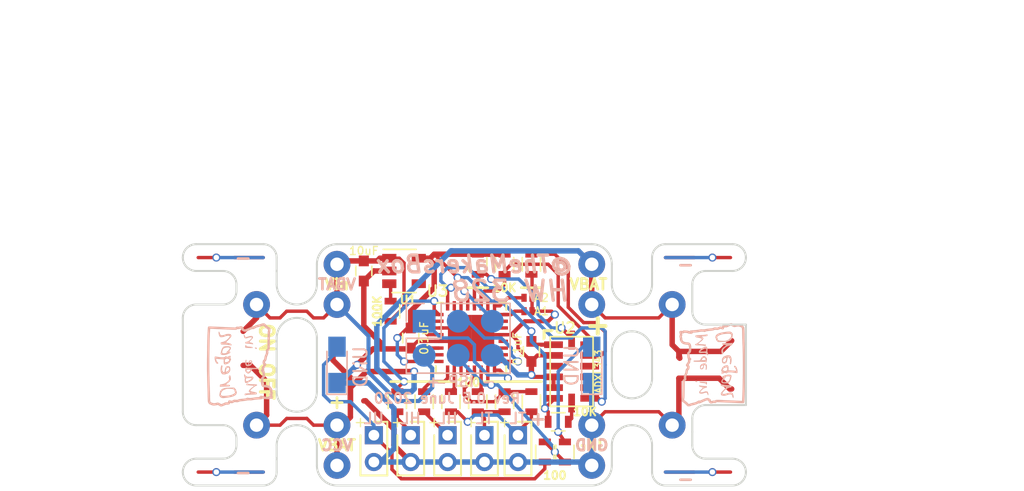
<source format=kicad_pcb>
(kicad_pcb (version 4) (host pcbnew 4.0.6)
  (title_block (title "Beetje 32U4 Blok") (date 2018-08-10) (rev 0.0) (company www.MakersBox.us) (comment 1 648.ken@gmail.com))
  (layers (0 F.Cu signal) (31 B.Cu signal) (34 B.Paste user) (35 F.Paste user) (36 B.SilkS user) (37 F.SilkS user) (38 B.Mask user) (39 F.Mask user) (44 Edge.Cuts user))
  (net 0 "")
  (net 1 GND)
  (net 2 "Net-(D4-Pad2)")
  (net 3 "Net-(D5-Pad2)")
  (net 4 "Net-(J6-Pad1)")
  (net 5 "Net-(J1-Pad1)")
  (net 6 "Net-(J7-Pad1)")
  (net 7 "Net-(J8-Pad1)")
  (net 8 /D5)
  (net 9 /D6)
  (net 10 /RESET)
  (net 11 /D7)
  (net 12 /D8)
  (net 13 /SCK)
  (net 14 +BATT)
  (net 15 /MISO)
  (net 16 /MOSI)
  (net 17 "Net-(R1-Pad2)")
  (net 18 "Net-(R2-Pad1)")
  (net 19 /SDA)
  (net 20 /SCL)
  (net 21 /D10)
  (net 22 "Net-(U1-Pad4)")
  (net 23 /D2)
  (net 24 /D3)
  (net 25 /D4)
  (net 26 "Net-(U3-Pad7)")
  (net 27 "Net-(U3-Pad8)")
  (net 28 /D9)
  (net 29 "Net-(U3-Pad18)")
  (net 30 "Net-(U3-Pad19)")
  (net 31 "Net-(U3-Pad20)")
  (net 32 "Net-(U3-Pad22)")
  (net 33 /A0)
  (net 34 /A1)
  (net 35 /A2)
  (net 36 /A3)
  (net 37 /D0)
  (net 38 /D1)
  (net 39 "Net-(R13-Pad1)")
  (net 40 "Net-(U2-Pad11)")
  (net 41 "Net-(U2-Pad10)")
  (net 42 "Net-(U2-Pad9)")
  (net 43 "Net-(U2-Pad3)")
  (net 44 +3V3)
  (net 45 /Vin)
  (module footprints:MOUSEBITE (layer F.Cu) (at 162.5 97.25)
    (fp_text reference REF** hide)
    (fp_text value 1pin)
    (pad "" np_thru_hole circle (at -1.016 0) (size 0.3302 0.3302) (drill 0.3302) (layers *.Cu *.Mask))
    (pad "" np_thru_hole circle (at 1.016 0) (size 0.3302 0.3302) (drill 0.3302) (layers *.Cu *.Mask))
    (pad "" np_thru_hole circle (at 0 0) (size 0.3302 0.3302) (drill 0.3302) (layers *.Cu *.Mask))
  )
  (module footprints:MOUSEBITE (layer F.Cu) (at 162.5 108.75)
    (fp_text reference REF** hide)
    (fp_text value 1pin)
    (pad "" np_thru_hole circle (at -1.016 0) (size 0.3302 0.3302) (drill 0.3302) (layers *.Cu *.Mask))
    (pad "" np_thru_hole circle (at 1.016 0) (size 0.3302 0.3302) (drill 0.3302) (layers *.Cu *.Mask))
    (pad "" np_thru_hole circle (at 0 0) (size 0.3302 0.3302) (drill 0.3302) (layers *.Cu *.Mask))
  )
  (module footprints:SOT-23-5 (layer F.Cu) (at 142.5 96)
    (fp_text reference U1 (at 0.3 2.15 180) (layer F.SilkS) (effects (font (size 0.6 0.6))))
    (fp_text value MIC5225-3.3)
    (pad 1 smd rect (at -1.1 -0.95) (size 1.06 0.65) (layers F.Cu F.Paste F.Mask) (net 45 /Vin))
    (pad 2 smd rect (at -1.1 0) (size 1.06 0.65) (layers F.Cu F.Paste F.Mask) (net 1 GND))
    (pad 3 smd rect (at -1.1 0.95) (size 1.06 0.65) (layers F.Cu F.Paste F.Mask) (net 17 "Net-(R1-Pad2)"))
    (pad 4 smd rect (at 1.1 0.95) (size 1.06 0.65) (layers F.Cu F.Paste F.Mask) (net 22 "Net-(U1-Pad4)"))
    (pad 5 smd rect (at 1.1 -0.95) (size 1.06 0.65) (layers F.Cu F.Paste F.Mask) (net 44 +3V3))
  )
  (module footprints:MOUSEBITE (layer F.Cu) (at 131.5 97.25)
    (fp_text reference REF** hide)
    (fp_text value 1pin)
    (pad "" np_thru_hole circle (at -1.016 0) (size 0.3302 0.3302) (drill 0.3302) (layers *.Cu *.Mask))
    (pad "" np_thru_hole circle (at 1.016 0) (size 0.3302 0.3302) (drill 0.3302) (layers *.Cu *.Mask))
    (pad "" np_thru_hole circle (at 0 0) (size 0.3302 0.3302) (drill 0.3302) (layers *.Cu *.Mask))
  )
  (module footprints:PIN_HEADER_LED (layer F.Cu) (at 151 108.25)
    (fp_text reference J7 hide)
    (fp_text value TL (at 0 -1.25) (layer B.SilkS) (effects (font (size 0.8 0.8)) (justify mirror)))
    (fp_text user + (at -1 -1) (layer F.SilkS) (effects (font (size 0.8 0.8) (thickness 0.1))))
    (pad 1 thru_hole rect (at 0 0) (size 1.35 1.35) (drill 0.8) (layers *.Cu *.Mask) (net 6 "Net-(J7-Pad1)"))
    (pad 2 thru_hole oval (at 0 2) (size 1.35 1.35) (drill 0.8) (layers *.Cu *.Mask) (net 1 GND))
  )
  (module footprints:MadeInOregonRev25 (layer F.Cu) (at 165.5 103 90)
    (fp_text reference VAL hide)
    (fp_text value MadeInOregonRev25 hide)
  )
  (module footprints:PIN_HEADER_LED (layer F.Cu) (at 145.75 108.25)
    (fp_text reference J6 hide)
    (fp_text value HL (at 0 -1.25) (layer B.SilkS) (effects (font (size 0.8 0.8)) (justify mirror)))
    (fp_text user + (at -1 -1) (layer F.SilkS) (effects (font (size 0.8 0.8) (thickness 0.1))))
    (pad 1 thru_hole rect (at 0 0) (size 1.35 1.35) (drill 0.8) (layers *.Cu *.Mask) (net 4 "Net-(J6-Pad1)"))
    (pad 2 thru_hole oval (at 0 2) (size 1.35 1.35) (drill 0.8) (layers *.Cu *.Mask) (net 1 GND))
  )
  (module footprints:Pin_Header_Straight_2x03_Pitch2.54mm (layer B.Cu) (at 144 99.75 270)
    (fp_text reference CON1 hide)
    (fp_text value AVR-ISP-6)
    (pad 1 smd rect (at 0 0 270) (size 1.7 1.7) (layers B.Cu B.Paste B.Mask) (net 15 /MISO))
    (pad 2 smd oval (at 2.54 0 270) (size 1.7 1.7) (layers B.Cu B.Paste B.Mask) (net 45 /Vin))
    (pad 3 smd oval (at 0 -2.54 270) (size 1.7 1.7) (layers B.Cu B.Paste B.Mask) (net 13 /SCK))
    (pad 4 smd oval (at 2.54 -2.54 270) (size 1.7 1.7) (layers B.Cu B.Paste B.Mask) (net 16 /MOSI))
    (pad 5 smd oval (at 0 -5.08 270) (size 1.7 1.7) (layers B.Cu B.Paste B.Mask) (net 10 /RESET))
    (pad 6 smd oval (at 2.54 -5.08 270) (size 1.7 1.7) (layers B.Cu B.Paste B.Mask) (net 1 GND))
  )
  (module footprints:LED_0805_HandSoldering (layer B.Cu) (at 137.5 103 90)
    (fp_text reference D4 hide)
    (fp_text value UND (at -0.15 1.75 90) (layer B.SilkS) (effects (justify mirror)))
    (pad 1 smd rect (at -1.35 0 90) (size 1.5 1.3) (layers B.Cu B.Paste B.Mask) (net 1 GND))
    (pad 2 smd rect (at 1.35 0 90) (size 1.5 1.3) (layers B.Cu B.Paste B.Mask) (net 2 "Net-(D4-Pad2)"))
  )
  (module footprints:LED_0805_HandSoldering (layer B.Cu) (at 156.5 103 90)
    (fp_text reference D5 hide)
    (fp_text value UND (at -0.05 -1.5 90) (layer B.SilkS) (effects (justify mirror)))
    (pad 1 smd rect (at -1.35 0 90) (size 1.5 1.3) (layers B.Cu B.Paste B.Mask) (net 1 GND))
    (pad 2 smd rect (at 1.35 0 90) (size 1.5 1.3) (layers B.Cu B.Paste B.Mask) (net 3 "Net-(D5-Pad2)"))
  )
  (module footprints:R_0603 (layer F.Cu) (at 142 105.75 270)
    (fp_text reference R6 hide)
    (fp_text value 100 hide)
    (pad 1 smd rect (at -0.75 0 270) (size 0.5 0.9) (layers F.Cu F.Paste F.Mask) (net 24 /D3))
    (pad 2 smd rect (at 0.75 0 270) (size 0.5 0.9) (layers F.Cu F.Paste F.Mask) (net 5 "Net-(J1-Pad1)"))
  )
  (module footprints:R_0603 (layer F.Cu) (at 146 105.75 270)
    (fp_text reference R8 hide)
    (fp_text value 100 hide)
    (pad 1 smd rect (at -0.75 0 270) (size 0.5 0.9) (layers F.Cu F.Paste F.Mask) (net 9 /D6))
    (pad 2 smd rect (at 0.75 0 270) (size 0.5 0.9) (layers F.Cu F.Paste F.Mask) (net 6 "Net-(J7-Pad1)"))
  )
  (module footprints:R_0603 (layer F.Cu) (at 144 105.75 270)
    (fp_text reference R7 hide)
    (fp_text value 100 hide)
    (pad 1 smd rect (at -0.75 0 270) (size 0.5 0.9) (layers F.Cu F.Paste F.Mask) (net 8 /D5))
    (pad 2 smd rect (at 0.75 0 270) (size 0.5 0.9) (layers F.Cu F.Paste F.Mask) (net 4 "Net-(J6-Pad1)"))
  )
  (module footprints:R_0603 (layer F.Cu) (at 148 105.75 270)
    (fp_text reference R9 hide)
    (fp_text value 100 (at -1.45 0.7 360) (layer F.SilkS) (effects (font (size 0.6 0.6))))
    (pad 1 smd rect (at -0.75 0 270) (size 0.5 0.9) (layers F.Cu F.Paste F.Mask) (net 21 /D10))
    (pad 2 smd rect (at 0.75 0 270) (size 0.5 0.9) (layers F.Cu F.Paste F.Mask) (net 7 "Net-(J8-Pad1)"))
  )
  (module footprints:R_0603 (layer F.Cu) (at 153 109.5 270)
    (fp_text reference R11 hide)
    (fp_text value 100 (at 1.75 -0.75 360) (layer F.SilkS) (effects (font (size 0.6 0.6))))
    (pad 1 smd rect (at -0.75 0 270) (size 0.5 0.9) (layers F.Cu F.Paste F.Mask) (net 16 /MOSI))
    (pad 2 smd rect (at 0.75 0 270) (size 0.5 0.9) (layers F.Cu F.Paste F.Mask) (net 2 "Net-(D4-Pad2)"))
  )
  (module footprints:R_0603 (layer F.Cu) (at 154.5 109.5 90)
    (fp_text reference R12 hide)
    (fp_text value 100 hide)
    (pad 1 smd rect (at -0.75 0 90) (size 0.5 0.9) (layers F.Cu F.Paste F.Mask) (net 16 /MOSI))
    (pad 2 smd rect (at 0.75 0 90) (size 0.5 0.9) (layers F.Cu F.Paste F.Mask) (net 3 "Net-(D5-Pad2)"))
  )
  (module footprints:R_0603 (layer F.Cu) (at 152 105.75 270)
    (fp_text reference R5 hide)
    (fp_text value 100 hide)
    (pad 1 smd rect (at -0.75 0 270) (size 0.5 0.9) (layers F.Cu F.Paste F.Mask) (net 28 /D9))
    (pad 2 smd rect (at 0.75 0 270) (size 0.5 0.9) (layers F.Cu F.Paste F.Mask) (net 6 "Net-(J7-Pad1)"))
  )
  (module footprints:R_0603 (layer F.Cu) (at 150 105.75 270)
    (fp_text reference R10 hide)
    (fp_text value 100 hide)
    (pad 1 smd rect (at -0.75 0 270) (size 0.5 0.9) (layers F.Cu F.Paste F.Mask) (net 28 /D9))
    (pad 2 smd rect (at 0.75 0 270) (size 0.5 0.9) (layers F.Cu F.Paste F.Mask) (net 7 "Net-(J8-Pad1)"))
  )
  (module footprints:R_0603 (layer F.Cu) (at 148 95.5 90)
    (fp_text reference R4 hide)
    (fp_text value 10K (at -1.75 2 360) (layer F.SilkS) (effects (font (size 0.6 0.6))))
    (pad 1 smd rect (at -0.75 0 90) (size 0.5 0.9) (layers F.Cu F.Paste F.Mask) (net 20 /SCL))
    (pad 2 smd rect (at 0.75 0 90) (size 0.5 0.9) (layers F.Cu F.Paste F.Mask) (net 44 +3V3))
  )
  (module footprints:R_0603 (layer F.Cu) (at 150 95.5 90)
    (fp_text reference R3 hide)
    (fp_text value 10K hide)
    (pad 1 smd rect (at -0.75 0 90) (size 0.5 0.9) (layers F.Cu F.Paste F.Mask) (net 19 /SDA))
    (pad 2 smd rect (at 0.75 0 90) (size 0.5 0.9) (layers F.Cu F.Paste F.Mask) (net 44 +3V3))
  )
  (module footprints:R_0603 (layer F.Cu) (at 154 107.25 180)
    (fp_text reference R2 hide)
    (fp_text value 10K (at -2 0.75 180) (layer F.SilkS) (effects (font (size 0.6 0.6))))
    (pad 1 smd rect (at -0.75 0 180) (size 0.5 0.9) (layers F.Cu F.Paste F.Mask) (net 18 "Net-(R2-Pad1)"))
    (pad 2 smd rect (at 0.75 0 180) (size 0.5 0.9) (layers F.Cu F.Paste F.Mask) (net 44 +3V3))
  )
  (module footprints:R_0603 (layer F.Cu) (at 141.5 99 90)
    (fp_text reference R1 hide)
    (fp_text value 100K (at 0 -1 90) (layer F.SilkS) (effects (font (size 0.6 0.6))))
    (pad 1 smd rect (at -0.75 0 90) (size 0.5 0.9) (layers F.Cu F.Paste F.Mask) (net 45 /Vin))
    (pad 2 smd rect (at 0.75 0 90) (size 0.5 0.9) (layers F.Cu F.Paste F.Mask) (net 17 "Net-(R1-Pad2)"))
  )
  (module footprints:MadeInOregonRev25 (layer F.Cu) (at 130.25 103 270)
    (fp_text reference VAL hide)
    (fp_text value MadeInOregonRev25 hide)
  )
  (module footprints:PIN_HEADER_LED (layer F.Cu) (at 148.5 108.25)
    (fp_text reference J8 hide)
    (fp_text value TL (at 0 -1.25) (layer B.SilkS) (effects (font (size 0.8 0.8)) (justify mirror)))
    (fp_text user + (at -1 -1) (layer F.SilkS) (effects (font (size 0.8 0.8) (thickness 0.1))))
    (pad 1 thru_hole rect (at 0 0) (size 1.35 1.35) (drill 0.8) (layers *.Cu *.Mask) (net 7 "Net-(J8-Pad1)"))
    (pad 2 thru_hole oval (at 0 2) (size 1.35 1.35) (drill 0.8) (layers *.Cu *.Mask) (net 1 GND))
  )
  (module footprints:PIN_HEADER_LED (layer F.Cu) (at 143 108.25)
    (fp_text reference J1 hide)
    (fp_text value HL (at 0 -1.25) (layer B.SilkS) (effects (font (size 0.8 0.8)) (justify mirror)))
    (fp_text user + (at -1 -1) (layer F.SilkS) (effects (font (size 0.8 0.8) (thickness 0.1))))
    (pad 1 thru_hole rect (at 0 0) (size 1.35 1.35) (drill 0.8) (layers *.Cu *.Mask) (net 5 "Net-(J1-Pad1)"))
    (pad 2 thru_hole oval (at 0 2) (size 1.35 1.35) (drill 0.8) (layers *.Cu *.Mask) (net 1 GND))
  )
  (module footprints:QFN-32-1EP_5x5mm_Pitch0.5mm (layer F.Cu) (at 147.5 101)
    (fp_text reference U3 (at -2.5 -3.5 180) (layer F.SilkS) (effects (font (size 0.8 0.8))))
    (fp_text value ATMEGA328-MU)
    (pad 1 smd rect (at -2.4 -1.75) (size 0.7 0.25) (layers F.Cu F.Paste F.Mask) (net 24 /D3))
    (pad 2 smd rect (at -2.4 -1.25) (size 0.7 0.25) (layers F.Cu F.Paste F.Mask) (net 25 /D4))
    (pad 3 smd rect (at -2.4 -0.75) (size 0.7 0.25) (layers F.Cu F.Paste F.Mask) (net 1 GND))
    (pad 4 smd rect (at -2.4 -0.25) (size 0.7 0.25) (layers F.Cu F.Paste F.Mask) (net 44 +3V3))
    (pad 5 smd rect (at -2.4 0.25) (size 0.7 0.25) (layers F.Cu F.Paste F.Mask) (net 1 GND))
    (pad 6 smd rect (at -2.4 0.75) (size 0.7 0.25) (layers F.Cu F.Paste F.Mask) (net 44 +3V3))
    (pad 7 smd rect (at -2.4 1.25) (size 0.7 0.25) (layers F.Cu F.Paste F.Mask) (net 26 "Net-(U3-Pad7)"))
    (pad 8 smd rect (at -2.4 1.75) (size 0.7 0.25) (layers F.Cu F.Paste F.Mask) (net 27 "Net-(U3-Pad8)"))
    (pad 9 smd rect (at -1.75 2.4 90) (size 0.7 0.25) (layers F.Cu F.Paste F.Mask) (net 8 /D5))
    (pad 10 smd rect (at -1.25 2.4 90) (size 0.7 0.25) (layers F.Cu F.Paste F.Mask) (net 9 /D6))
    (pad 11 smd rect (at -0.75 2.4 90) (size 0.7 0.25) (layers F.Cu F.Paste F.Mask) (net 11 /D7))
    (pad 12 smd rect (at -0.25 2.4 90) (size 0.7 0.25) (layers F.Cu F.Paste F.Mask) (net 12 /D8))
    (pad 13 smd rect (at 0.25 2.4 90) (size 0.7 0.25) (layers F.Cu F.Paste F.Mask) (net 28 /D9))
    (pad 14 smd rect (at 0.75 2.4 90) (size 0.7 0.25) (layers F.Cu F.Paste F.Mask) (net 21 /D10))
    (pad 15 smd rect (at 1.25 2.4 90) (size 0.7 0.25) (layers F.Cu F.Paste F.Mask) (net 16 /MOSI))
    (pad 16 smd rect (at 1.75 2.4 90) (size 0.7 0.25) (layers F.Cu F.Paste F.Mask) (net 15 /MISO))
    (pad 17 smd rect (at 2.4 1.75) (size 0.7 0.25) (layers F.Cu F.Paste F.Mask) (net 13 /SCK))
    (pad 18 smd rect (at 2.4 1.25) (size 0.7 0.25) (layers F.Cu F.Paste F.Mask) (net 29 "Net-(U3-Pad18)"))
    (pad 19 smd rect (at 2.4 0.75) (size 0.7 0.25) (layers F.Cu F.Paste F.Mask) (net 30 "Net-(U3-Pad19)"))
    (pad 20 smd rect (at 2.4 0.25) (size 0.7 0.25) (layers F.Cu F.Paste F.Mask) (net 31 "Net-(U3-Pad20)"))
    (pad 21 smd rect (at 2.4 -0.25) (size 0.7 0.25) (layers F.Cu F.Paste F.Mask) (net 1 GND))
    (pad 22 smd rect (at 2.4 -0.75) (size 0.7 0.25) (layers F.Cu F.Paste F.Mask) (net 32 "Net-(U3-Pad22)"))
    (pad 23 smd rect (at 2.4 -1.25) (size 0.7 0.25) (layers F.Cu F.Paste F.Mask) (net 33 /A0))
    (pad 24 smd rect (at 2.4 -1.75) (size 0.7 0.25) (layers F.Cu F.Paste F.Mask) (net 34 /A1))
    (pad 25 smd rect (at 1.75 -2.4 90) (size 0.7 0.25) (layers F.Cu F.Paste F.Mask) (net 35 /A2))
    (pad 26 smd rect (at 1.25 -2.4 90) (size 0.7 0.25) (layers F.Cu F.Paste F.Mask) (net 36 /A3))
    (pad 27 smd rect (at 0.75 -2.4 90) (size 0.7 0.25) (layers F.Cu F.Paste F.Mask) (net 19 /SDA))
    (pad 28 smd rect (at 0.25 -2.4 90) (size 0.7 0.25) (layers F.Cu F.Paste F.Mask) (net 20 /SCL))
    (pad 29 smd rect (at -0.25 -2.4 90) (size 0.7 0.25) (layers F.Cu F.Paste F.Mask) (net 10 /RESET))
    (pad 30 smd rect (at -0.75 -2.4 90) (size 0.7 0.25) (layers F.Cu F.Paste F.Mask) (net 37 /D0))
    (pad 31 smd rect (at -1.25 -2.4 90) (size 0.7 0.25) (layers F.Cu F.Paste F.Mask) (net 38 /D1))
    (pad 32 smd rect (at -1.75 -2.4 90) (size 0.7 0.25) (layers F.Cu F.Paste F.Mask) (net 23 /D2))
    (pad 3 smd rect (at 0.8625 0.8625) (size 1.725 1.725) (layers F.Cu F.Paste F.Mask) (net 1 GND))
    (pad 3 smd rect (at 0.8625 -0.8625) (size 1.725 1.725) (layers F.Cu F.Paste F.Mask) (net 1 GND))
    (pad 3 smd rect (at -0.8625 0.8625) (size 1.725 1.725) (layers F.Cu F.Paste F.Mask) (net 1 GND))
    (pad 3 smd rect (at -0.8625 -0.8625) (size 1.725 1.725) (layers F.Cu F.Paste F.Mask) (net 1 GND))
  )
  (module footprints:MOUSEBITE (layer F.Cu) (at 131.75 110)
    (fp_text reference REF** hide)
    (fp_text value 1pin)
    (pad "" np_thru_hole circle (at -1.016 0) (size 0.3302 0.3302) (drill 0.3302) (layers *.Cu *.Mask))
    (pad "" np_thru_hole circle (at 1.016 0) (size 0.3302 0.3302) (drill 0.3302) (layers *.Cu *.Mask))
    (pad "" np_thru_hole circle (at 0 0) (size 0.3302 0.3302) (drill 0.3302) (layers *.Cu *.Mask))
  )
  (module footprints:MOUSEBITE (layer F.Cu) (at 131.5 109)
    (fp_text reference REF** hide)
    (fp_text value 1pin)
    (pad "" np_thru_hole circle (at -1.016 0) (size 0.3302 0.3302) (drill 0.3302) (layers *.Cu *.Mask))
    (pad "" np_thru_hole circle (at 1.016 0) (size 0.3302 0.3302) (drill 0.3302) (layers *.Cu *.Mask))
    (pad "" np_thru_hole circle (at 0 0) (size 0.3302 0.3302) (drill 0.3302) (layers *.Cu *.Mask))
  )
  (module footprints:MOUSEBITE (layer F.Cu) (at 130.75 96)
    (fp_text reference REF** hide)
    (fp_text value 1pin)
    (pad "" np_thru_hole circle (at -1.016 0) (size 0.3302 0.3302) (drill 0.3302) (layers *.Cu *.Mask))
    (pad "" np_thru_hole circle (at 1.016 0) (size 0.3302 0.3302) (drill 0.3302) (layers *.Cu *.Mask))
    (pad "" np_thru_hole circle (at 0 0) (size 0.3302 0.3302) (drill 0.3302) (layers *.Cu *.Mask))
  )
  (module footprints:MOUSEBITE (layer F.Cu) (at 163.25 110)
    (fp_text reference REF** hide)
    (fp_text value 1pin)
    (pad "" np_thru_hole circle (at -1.016 0) (size 0.3302 0.3302) (drill 0.3302) (layers *.Cu *.Mask))
    (pad "" np_thru_hole circle (at 1.016 0) (size 0.3302 0.3302) (drill 0.3302) (layers *.Cu *.Mask))
    (pad "" np_thru_hole circle (at 0 0) (size 0.3302 0.3302) (drill 0.3302) (layers *.Cu *.Mask))
  )
  (module footprints:MOUSEBITE (layer F.Cu) (at 163.25 96)
    (fp_text reference REF** hide)
    (fp_text value 1pin)
    (pad "" np_thru_hole circle (at -1.016 0) (size 0.3302 0.3302) (drill 0.3302) (layers *.Cu *.Mask))
    (pad "" np_thru_hole circle (at 1.016 0) (size 0.3302 0.3302) (drill 0.3302) (layers *.Cu *.Mask))
    (pad "" np_thru_hole circle (at 0 0) (size 0.3302 0.3302) (drill 0.3302) (layers *.Cu *.Mask))
  )
  (module footprints:MOUSEBITE (layer F.Cu) (at 161 99 90)
    (fp_text reference REF** hide)
    (fp_text value 1pin)
    (pad "" np_thru_hole circle (at -1.016 0 90) (size 0.3302 0.3302) (drill 0.3302) (layers *.Cu *.Mask))
    (pad "" np_thru_hole circle (at 1.016 0 90) (size 0.3302 0.3302) (drill 0.3302) (layers *.Cu *.Mask))
    (pad "" np_thru_hole circle (at 0 0 90) (size 0.3302 0.3302) (drill 0.3302) (layers *.Cu *.Mask))
  )
  (module footprints:MOUSEBITE (layer F.Cu) (at 158 99 90)
    (fp_text reference REF** hide)
    (fp_text value 1pin)
    (pad "" np_thru_hole circle (at -1.016 0 90) (size 0.3302 0.3302) (drill 0.3302) (layers *.Cu *.Mask))
    (pad "" np_thru_hole circle (at 1.016 0 90) (size 0.3302 0.3302) (drill 0.3302) (layers *.Cu *.Mask))
    (pad "" np_thru_hole circle (at 0 0 90) (size 0.3302 0.3302) (drill 0.3302) (layers *.Cu *.Mask))
  )
  (module footprints:MOUSEBITE (layer F.Cu) (at 161 106 90)
    (fp_text reference REF** hide)
    (fp_text value 1pin)
    (pad "" np_thru_hole circle (at -1.016 0 90) (size 0.3302 0.3302) (drill 0.3302) (layers *.Cu *.Mask))
    (pad "" np_thru_hole circle (at 1.016 0 90) (size 0.3302 0.3302) (drill 0.3302) (layers *.Cu *.Mask))
    (pad "" np_thru_hole circle (at 0 0 90) (size 0.3302 0.3302) (drill 0.3302) (layers *.Cu *.Mask))
  )
  (module footprints:MOUSEBITE (layer F.Cu) (at 158 106 90)
    (fp_text reference REF** hide)
    (fp_text value 1pin)
    (pad "" np_thru_hole circle (at -1.016 0 90) (size 0.3302 0.3302) (drill 0.3302) (layers *.Cu *.Mask))
    (pad "" np_thru_hole circle (at 1.016 0 90) (size 0.3302 0.3302) (drill 0.3302) (layers *.Cu *.Mask))
    (pad "" np_thru_hole circle (at 0 0 90) (size 0.3302 0.3302) (drill 0.3302) (layers *.Cu *.Mask))
  )
  (module footprints:MOUSEBITE (layer F.Cu) (at 136 107 90)
    (fp_text reference REF** hide)
    (fp_text value 1pin)
    (pad "" np_thru_hole circle (at -1.016 0 90) (size 0.3302 0.3302) (drill 0.3302) (layers *.Cu *.Mask))
    (pad "" np_thru_hole circle (at 1.016 0 90) (size 0.3302 0.3302) (drill 0.3302) (layers *.Cu *.Mask))
    (pad "" np_thru_hole circle (at 0 0 90) (size 0.3302 0.3302) (drill 0.3302) (layers *.Cu *.Mask))
  )
  (module footprints:MOUSEBITE (layer F.Cu) (at 133 107 90)
    (fp_text reference REF** hide)
    (fp_text value 1pin)
    (pad "" np_thru_hole circle (at -1.016 0 90) (size 0.3302 0.3302) (drill 0.3302) (layers *.Cu *.Mask))
    (pad "" np_thru_hole circle (at 1.016 0 90) (size 0.3302 0.3302) (drill 0.3302) (layers *.Cu *.Mask))
    (pad "" np_thru_hole circle (at 0 0 90) (size 0.3302 0.3302) (drill 0.3302) (layers *.Cu *.Mask))
  )
  (module footprints:MOUSEBITE (layer F.Cu) (at 136 99 90)
    (fp_text reference REF** hide)
    (fp_text value 1pin)
    (pad "" np_thru_hole circle (at -1.016 0 90) (size 0.3302 0.3302) (drill 0.3302) (layers *.Cu *.Mask))
    (pad "" np_thru_hole circle (at 1.016 0 90) (size 0.3302 0.3302) (drill 0.3302) (layers *.Cu *.Mask))
    (pad "" np_thru_hole circle (at 0 0 90) (size 0.3302 0.3302) (drill 0.3302) (layers *.Cu *.Mask))
  )
  (module footprints:MOUSEBITE (layer F.Cu) (at 133 99 90)
    (fp_text reference REF** hide)
    (fp_text value 1pin)
    (pad "" np_thru_hole circle (at -1.016 0 90) (size 0.3302 0.3302) (drill 0.3302) (layers *.Cu *.Mask))
    (pad "" np_thru_hole circle (at 1.016 0 90) (size 0.3302 0.3302) (drill 0.3302) (layers *.Cu *.Mask))
    (pad "" np_thru_hole circle (at 0 0 90) (size 0.3302 0.3302) (drill 0.3302) (layers *.Cu *.Mask))
  )
  (module footprints:MOUSEBITEx1 (layer F.Cu) (at 129.75 110)
    (fp_text reference REF** hide)
    (fp_text value 1pin)
    (pad "" np_thru_hole circle (at 0 0) (size 0.3302 0.3302) (drill 0.3302) (layers *.Cu *.Mask))
  )
  (module footprints:MOUSEBITEx1 (layer F.Cu) (at 132.75 96)
    (fp_text reference REF** hide)
    (fp_text value 1pin)
    (pad "" np_thru_hole circle (at 0 0) (size 0.3302 0.3302) (drill 0.3302) (layers *.Cu *.Mask))
  )
  (module footprints:MOUSEBITEx1 (layer F.Cu) (at 161.25 96)
    (fp_text reference REF** hide)
    (fp_text value 1pin)
    (pad "" np_thru_hole circle (at 0 0) (size 0.3302 0.3302) (drill 0.3302) (layers *.Cu *.Mask))
  )
  (module footprints:MOUSEBITEx1 (layer F.Cu) (at 161.25 110)
    (fp_text reference REF** hide)
    (fp_text value 1pin)
    (pad "" np_thru_hole circle (at 0 0) (size 0.3302 0.3302) (drill 0.3302) (layers *.Cu *.Mask))
  )
  (module footprints:MOUSEBITEx1 (layer F.Cu) (at 158 108)
    (fp_text reference REF** hide)
    (fp_text value 1pin)
    (pad "" np_thru_hole circle (at 0 0) (size 0.3302 0.3302) (drill 0.3302) (layers *.Cu *.Mask))
  )
  (module footprints:MOUSEBITEx1 (layer F.Cu) (at 161 108)
    (fp_text reference REF** hide)
    (fp_text value 1pin)
    (pad "" np_thru_hole circle (at 0 0) (size 0.3302 0.3302) (drill 0.3302) (layers *.Cu *.Mask))
  )
  (module footprints:MOUSEBITEx1 (layer F.Cu) (at 158 101)
    (fp_text reference REF** hide)
    (fp_text value 1pin)
    (pad "" np_thru_hole circle (at 0 0) (size 0.3302 0.3302) (drill 0.3302) (layers *.Cu *.Mask))
  )
  (module footprints:MOUSEBITEx1 (layer F.Cu) (at 161 101)
    (fp_text reference REF** hide)
    (fp_text value 1pin)
    (pad "" np_thru_hole circle (at 0 0) (size 0.3302 0.3302) (drill 0.3302) (layers *.Cu *.Mask))
  )
  (module footprints:Jumper (layer F.Cu) (at 151.75 98)
    (fp_text reference JP2 hide)
    (fp_text value A2 (at 1 0) (layer F.SilkS) (effects (font (size 0.6 0.6) (thickness 0.1))))
    (pad 1 smd rect (at -0.3 0) (size 0.4 0.6) (layers F.Cu F.Paste F.Mask) (net 35 /A2))
    (pad 2 smd rect (at 0.3 0) (size 0.4 0.6) (layers F.Cu F.Paste F.Mask) (net 1 GND))
  )
  (module footprints:Jumper (layer F.Cu) (at 151.75 99)
    (fp_text reference JP3 hide)
    (fp_text value A1 (at 1 0) (layer F.SilkS) (effects (font (size 0.6 0.6) (thickness 0.1))))
    (pad 1 smd rect (at -0.3 0) (size 0.4 0.6) (layers F.Cu F.Paste F.Mask) (net 34 /A1))
    (pad 2 smd rect (at 0.3 0) (size 0.4 0.6) (layers F.Cu F.Paste F.Mask) (net 1 GND))
  )
  (module footprints:PIN_HEADER_LED (layer F.Cu) (at 140.25 108.25)
    (fp_text reference J11 hide)
    (fp_text value UL (at 0 -1.25) (layer B.SilkS) (effects (font (size 0.8 0.8)) (justify mirror)))
    (fp_text user + (at -1 -1) (layer F.SilkS) (effects (font (size 0.8 0.8) (thickness 0.1))))
    (pad 1 thru_hole rect (at 0 0) (size 1.35 1.35) (drill 0.8) (layers *.Cu *.Mask) (net 2 "Net-(D4-Pad2)"))
    (pad 2 thru_hole oval (at 0 2) (size 1.35 1.35) (drill 0.8) (layers *.Cu *.Mask) (net 1 GND))
  )
  (module footprints:R_0603 (layer F.Cu) (at 152 95.5 270)
    (fp_text reference R13 hide)
    (fp_text value 10K hide)
    (pad 1 smd rect (at -0.75 0 270) (size 0.5 0.9) (layers F.Cu F.Paste F.Mask) (net 39 "Net-(R13-Pad1)"))
    (pad 2 smd rect (at 0.75 0 270) (size 0.5 0.9) (layers F.Cu F.Paste F.Mask) (net 1 GND))
  )
  (module footprints:SolderWirePad_single_1mmDrill (layer F.Cu) (at 137.5 95.5)
    (fp_text reference J54 hide)
    (fp_text value Conn)
    (pad 1 thru_hole circle (at 0 0) (size 2 2) (drill 1.00076) (layers *.Cu *.Mask) (net 45 /Vin))
  )
  (module footprints:SolderWirePad_single_1mmDrill (layer F.Cu) (at 137.5 98.5)
    (fp_text reference J58 hide)
    (fp_text value Conn)
    (pad 1 thru_hole circle (at 0 0) (size 2 2) (drill 1.00076) (layers *.Cu *.Mask) (net 45 /Vin))
  )
  (module footprints:SolderWirePad_single_1mmDrill (layer F.Cu) (at 137.5 110.5)
    (fp_text reference J55 hide)
    (fp_text value Conn)
    (pad 1 thru_hole circle (at 0 0) (size 2 2) (drill 1.00076) (layers *.Cu *.Mask) (net 14 +BATT))
  )
  (module footprints:SolderWirePad_single_1mmDrill (layer F.Cu) (at 156.5 110.5)
    (fp_text reference J45 hide)
    (fp_text value Conn)
    (pad 1 thru_hole circle (at 0 0) (size 2 2) (drill 1.00076) (layers *.Cu *.Mask) (net 1 GND))
  )
  (module footprints:SolderWirePad_single_1mmDrill (layer F.Cu) (at 156.5 95.5)
    (fp_text reference J44 hide)
    (fp_text value Conn)
    (pad 1 thru_hole circle (at 0 0) (size 2 2) (drill 1.00076) (layers *.Cu *.Mask) (net 14 +BATT))
  )
  (module footprints:SolderWirePad_single_1mmDrill (layer F.Cu) (at 131.5 98.5)
    (fp_text reference J56 hide)
    (fp_text value Conn)
    (pad 1 thru_hole circle (at 0 0) (size 2 2) (drill 1.00076) (layers *.Cu *.Mask) (net 45 /Vin))
  )
  (module footprints:SolderWirePad_single_1mmDrill (layer F.Cu) (at 162.5 98.5)
    (fp_text reference J46 hide)
    (fp_text value Conn)
    (pad 1 thru_hole circle (at 0 0) (size 2 2) (drill 1.00076) (layers *.Cu *.Mask) (net 14 +BATT))
  )
  (module footprints:SolderWirePad_single_1mmDrill (layer F.Cu) (at 162.5 107.5)
    (fp_text reference J47 hide)
    (fp_text value Conn)
    (pad 1 thru_hole circle (at 0 0) (size 2 2) (drill 1.00076) (layers *.Cu *.Mask) (net 1 GND))
  )
  (module footprints:SolderWirePad_single_1mmDrill (layer F.Cu) (at 156.5 98.5)
    (fp_text reference J48 hide)
    (fp_text value Conn)
    (pad 1 thru_hole circle (at 0 0) (size 2 2) (drill 1.00076) (layers *.Cu *.Mask) (net 14 +BATT))
  )
  (module footprints:SolderWirePad_single_1mmDrill (layer F.Cu) (at 156.5 107.5)
    (fp_text reference J49 hide)
    (fp_text value Conn)
    (pad 1 thru_hole circle (at 0 0) (size 2 2) (drill 1.00076) (layers *.Cu *.Mask) (net 1 GND))
  )
  (module footprints:SolderWirePad_single_1mmDrill (layer F.Cu) (at 131.5 107.5)
    (fp_text reference J57 hide)
    (fp_text value Conn)
    (pad 1 thru_hole circle (at 0 0) (size 2 2) (drill 1.00076) (layers *.Cu *.Mask) (net 14 +BATT))
  )
  (module footprints:SolderWirePad_single_1mmDrill (layer F.Cu) (at 137.5 107.5)
    (fp_text reference J59 hide)
    (fp_text value Conn)
    (pad 1 thru_hole circle (at 0 0) (size 2 2) (drill 1.00076) (layers *.Cu *.Mask) (net 14 +BATT))
  )
  (module footprints:C_0603 (layer F.Cu) (at 139.5 96 270)
    (fp_text reference C2 hide)
    (fp_text value 10uF (at -1.5 0 360) (layer F.SilkS) (effects (font (size 0.6 0.6) (thickness 0.1))))
    (pad 2 smd rect (at 0.75 0 270) (size 0.8 0.75) (layers F.Cu F.Paste F.Mask) (net 1 GND))
    (pad 1 smd rect (at -0.75 0 270) (size 0.8 0.75) (layers F.Cu F.Paste F.Mask) (net 45 /Vin))
  )
  (module footprints:C_0603 (layer F.Cu) (at 152 102 270)
    (fp_text reference C4 hide)
    (fp_text value 0.1uF (at -0.2 1.05 270) (layer F.SilkS) (effects (font (size 0.6 0.6) (thickness 0.1))))
    (pad 2 smd rect (at 0.75 0 270) (size 0.8 0.75) (layers F.Cu F.Paste F.Mask) (net 1 GND))
    (pad 1 smd rect (at -0.75 0 270) (size 0.8 0.75) (layers F.Cu F.Paste F.Mask) (net 44 +3V3))
  )
  (module footprints:C_0603 (layer F.Cu) (at 143 101 270)
    (fp_text reference C1 hide)
    (fp_text value 0.1uF (at 0 -1 270) (layer F.SilkS) (effects (font (size 0.6 0.6) (thickness 0.1))))
    (pad 2 smd rect (at 0.75 0 270) (size 0.8 0.75) (layers F.Cu F.Paste F.Mask) (net 1 GND))
    (pad 1 smd rect (at -0.75 0 270) (size 0.8 0.75) (layers F.Cu F.Paste F.Mask) (net 44 +3V3))
  )
  (module footprints:lga-14ep (layer F.Cu) (at 155 103.5 270)
    (fp_text reference U2 (at -3.25 0.5 360) (layer F.SilkS) (effects (font (size 0.8 0.8))))
    (fp_text value ADXL343 (at 0 -2 270) (layer F.SilkS) (effects (font (size 0.5 0.5) (thickness 0.1))))
    (pad 14 smd rect (at -2.35 0 270) (size 1.4 0.5) (layers F.Cu F.Paste F.Mask) (net 20 /SCL))
    (pad 13 smd rect (at -2 -1.35 270) (size 0.5 1.4) (layers F.Cu F.Paste F.Mask) (net 19 /SDA))
    (pad 12 smd rect (at -1.2 -1.35 270) (size 0.5 1.4) (layers F.Cu F.Paste F.Mask) (net 39 "Net-(R13-Pad1)"))
    (pad 11 smd rect (at -0.4 -1.35 270) (size 0.5 1.4) (layers F.Cu F.Paste F.Mask) (net 40 "Net-(U2-Pad11)"))
    (pad 10 smd rect (at 0.4 -1.35 270) (size 0.5 1.4) (layers F.Cu F.Paste F.Mask) (net 41 "Net-(U2-Pad10)"))
    (pad 9 smd rect (at 1.2 -1.35 270) (size 0.5 1.4) (layers F.Cu F.Paste F.Mask) (net 42 "Net-(U2-Pad9)"))
    (pad 8 smd rect (at 2 -1.35 270) (size 0.5 1.4) (layers F.Cu F.Paste F.Mask) (net 23 /D2))
    (pad 7 smd rect (at 2.35 0 270) (size 1.4 0.5) (layers F.Cu F.Paste F.Mask) (net 18 "Net-(R2-Pad1)"))
    (pad 6 smd rect (at 2 1.35 270) (size 0.5 1.4) (layers F.Cu F.Paste F.Mask) (net 44 +3V3))
    (pad 5 smd rect (at 1.2 1.35 270) (size 0.5 1.4) (layers F.Cu F.Paste F.Mask) (net 1 GND))
    (pad 4 smd rect (at 0.4 1.35 270) (size 0.5 1.4) (layers F.Cu F.Paste F.Mask) (net 1 GND))
    (pad 3 smd rect (at -0.4 1.35 270) (size 0.5 1.4) (layers F.Cu F.Paste F.Mask) (net 43 "Net-(U2-Pad3)"))
    (pad 2 smd rect (at -1.2 1.35 270) (size 0.5 1.4) (layers F.Cu F.Paste F.Mask) (net 1 GND))
    (pad 1 smd rect (at -2 1.35 270) (size 0.5 1.4) (layers F.Cu F.Paste F.Mask) (net 44 +3V3))
  )
  (gr_line (start 164 108) (end 164 109) (angle 90) (layer Edge.Cuts) (width 0.15))
  (gr_line (start 161 109) (end 161 110) (angle 90) (layer Edge.Cuts) (width 0.15))
  (gr_line (start 164 97) (end 164 99) (angle 90) (layer Edge.Cuts) (width 0.15))
  (gr_line (start 161 97) (end 161 95) (angle 90) (layer Edge.Cuts) (width 0.15))
  (gr_line (start 148.5 104.25) (end 152.75 104.25) (angle 90) (layer F.SilkS) (width 0.2))
  (gr_line (start 146.25 104.25) (end 141.5 104.25) (angle 90) (layer F.SilkS) (width 0.2))
  (gr_line (start 148.75 97.25) (end 147.25 97.25) (angle 90) (layer F.SilkS) (width 0.2))
  (gr_line (start 151.25 97.25) (end 152.75 97.25) (angle 90) (layer F.SilkS) (width 0.2))
  (gr_text VBAT (at 156.25 97) (layer F.SilkS) (effects (font (size 0.8 0.8) (thickness 0.2))))
  (gr_line (start 133 97) (end 133 96) (angle 90) (layer Edge.Cuts) (width 0.15))
  (gr_line (start 127 96) (end 129 96) (angle 90) (layer Edge.Cuts) (width 0.15))
  (gr_line (start 130 97.5) (end 130 97) (angle 90) (layer Edge.Cuts) (width 0.15))
  (gr_line (start 127 98.5) (end 129 98.5) (angle 90) (layer Edge.Cuts) (width 0.15))
  (gr_line (start 126 106.5) (end 126 99.5) (angle 90) (layer Edge.Cuts) (width 0.15))
  (gr_arc (start 129 97) (end 129 96) (angle 90) (layer Edge.Cuts) (width 0.15))
  (gr_arc (start 129 97.5) (end 130 97.5) (angle 90) (layer Edge.Cuts) (width 0.15))
  (gr_arc (start 127 99.5) (end 126 99.5) (angle 90) (layer Edge.Cuts) (width 0.15))
  (gr_line (start 130 109) (end 130 108.5) (angle 90) (layer Edge.Cuts) (width 0.15))
  (gr_line (start 133 110) (end 133 109) (angle 90) (layer Edge.Cuts) (width 0.15))
  (gr_line (start 127 110) (end 129 110) (angle 90) (layer Edge.Cuts) (width 0.15))
  (gr_line (start 127 107.5) (end 129 107.5) (angle 90) (layer Edge.Cuts) (width 0.15))
  (gr_arc (start 129 109) (end 130 109) (angle 90) (layer Edge.Cuts) (width 0.15))
  (gr_arc (start 129 108.5) (end 129 107.5) (angle 90) (layer Edge.Cuts) (width 0.15))
  (gr_arc (start 127 106.5) (end 127 107.5) (angle 90) (layer Edge.Cuts) (width 0.15))
  (gr_line (start 165 106) (end 168 106) (angle 90) (layer Edge.Cuts) (width 0.15))
  (gr_line (start 165 100) (end 168 100) (angle 90) (layer Edge.Cuts) (width 0.15))
  (gr_line (start 168 106) (end 168 100) (angle 90) (layer Edge.Cuts) (width 0.15))
  (gr_line (start 165 96) (end 167 96) (angle 90) (layer Edge.Cuts) (width 0.15))
  (gr_arc (start 165 97) (end 164 97) (angle 90) (layer Edge.Cuts) (width 0.15))
  (gr_arc (start 165 99) (end 165 100) (angle 90) (layer Edge.Cuts) (width 0.15))
  (gr_line (start 164 108) (end 164 107) (angle 90) (layer Edge.Cuts) (width 0.15))
  (gr_line (start 167 110) (end 165 110) (angle 90) (layer Edge.Cuts) (width 0.15))
  (gr_arc (start 165 107) (end 164 107) (angle 90) (layer Edge.Cuts) (width 0.15))
  (gr_arc (start 165 109) (end 165 110) (angle 90) (layer Edge.Cuts) (width 0.15))
  (gr_text - (at 130.5 95) (layer B.SilkS) (effects (font (size 1 1) (thickness 0.2)) (justify mirror)))
  (gr_text - (at 130.5 111) (layer B.SilkS) (effects (font (size 1 1) (thickness 0.2)) (justify mirror)))
  (gr_text - (at 163.5 111.5) (layer B.SilkS) (effects (font (size 1 1) (thickness 0.2)) (justify mirror)))
  (gr_text - (at 163.5 95.5) (layer B.SilkS) (effects (font (size 1 1) (thickness 0.2)) (justify mirror)))
  (gr_line (start 161 111) (end 161 110) (angle 90) (layer Edge.Cuts) (width 0.15))
  (gr_line (start 133 111) (end 133 110) (angle 90) (layer Edge.Cuts) (width 0.15))
  (gr_line (start 133 96) (end 133 95) (angle 90) (layer Edge.Cuts) (width 0.15))
  (gr_line (start 162 112) (end 167 112) (angle 90) (layer Edge.Cuts) (width 0.15))
  (gr_arc (start 162 111) (end 162 112) (angle 90) (layer Edge.Cuts) (width 0.15))
  (gr_arc (start 167 111) (end 168 111) (angle 90) (layer Edge.Cuts) (width 0.15))
  (gr_arc (start 167 111) (end 167 110) (angle 90) (layer Edge.Cuts) (width 0.15))
  (gr_line (start 162 94) (end 167 94) (angle 90) (layer Edge.Cuts) (width 0.15))
  (gr_arc (start 162 95) (end 161 95) (angle 90) (layer Edge.Cuts) (width 0.15))
  (gr_arc (start 167 95) (end 168 95) (angle 90) (layer Edge.Cuts) (width 0.15))
  (gr_arc (start 167 95) (end 167 94) (angle 90) (layer Edge.Cuts) (width 0.15))
  (gr_line (start 127 94) (end 132 94) (angle 90) (layer Edge.Cuts) (width 0.15))
  (gr_arc (start 132 95) (end 132 94) (angle 90) (layer Edge.Cuts) (width 0.15))
  (gr_arc (start 127 95) (end 126 95) (angle 90) (layer Edge.Cuts) (width 0.15))
  (gr_arc (start 127 95) (end 127 96) (angle 90) (layer Edge.Cuts) (width 0.15))
  (gr_line (start 127 112) (end 132 112) (angle 90) (layer Edge.Cuts) (width 0.15))
  (gr_arc (start 132 111) (end 133 111) (angle 90) (layer Edge.Cuts) (width 0.15))
  (gr_arc (start 127 111) (end 126 111) (angle 90) (layer Edge.Cuts) (width 0.15))
  (gr_arc (start 127 111) (end 127 112) (angle 90) (layer Edge.Cuts) (width 0.15))
  (gr_text "HW 328" (at 155 97.5) (layer B.SilkS) (effects (font (size 1.5 1.5) (thickness 0.25) italic) (justify left mirror)))
  (gr_text + (at 152.5 107) (layer B.SilkS) (effects (font (size 1 1) (thickness 0.2))))
  (gr_text "- ISP +" (at 146.75 104.25) (layer B.SilkS) (effects (font (size 0.8 0.8)) (justify mirror)))
  (gr_text GND (at 156.5 109) (layer B.SilkS) (effects (font (size 0.8 0.8) (thickness 0.2)) (justify mirror)))
  (gr_text VCC (at 137.5 109) (layer B.SilkS) (effects (font (size 0.8 0.8) (thickness 0.2)) (justify mirror)))
  (gr_text VBAT (at 137.5 97) (layer B.SilkS) (effects (font (size 0.8 0.8) (thickness 0.2)) (justify mirror)))
  (gr_text GND (at 156.5 109) (layer F.SilkS) (effects (font (size 0.8 0.8) (thickness 0.2))))
  (gr_text VBAT (at 137.5 109) (layer F.SilkS) (effects (font (size 0.8 0.8) (thickness 0.2))))
  (gr_text Vin (at 137.5 97) (layer F.SilkS) (effects (font (size 0.8 0.8) (thickness 0.2))))
  (gr_line (start 161 102) (end 161 104) (angle 90) (layer Edge.Cuts) (width 0.15))
  (gr_line (start 158 102) (end 158 104) (angle 90) (layer Edge.Cuts) (width 0.15))
  (gr_text + (at 137.5 105.75) (layer F.SilkS) (effects (font (size 1 1) (thickness 0.2))))
  (gr_text + (at 156.95 100) (layer F.SilkS) (effects (font (size 1.5 1.5) (thickness 0.3))))
  (gr_text ON (at 132.25 101 270) (layer F.SilkS) (effects (font (size 1 1) (thickness 0.25))))
  (gr_line (start 158 97) (end 158 95.5) (angle 90) (layer Edge.Cuts) (width 0.15))
  (gr_line (start 158 110.5) (end 158 109) (angle 90) (layer Edge.Cuts) (width 0.15))
  (gr_line (start 137.5 112) (end 156.5 112) (angle 90) (layer Edge.Cuts) (width 0.15))
  (gr_line (start 137.5 94) (end 156.5 94) (angle 90) (layer Edge.Cuts) (width 0.15))
  (gr_arc (start 156.5 95.5) (end 156.5 94) (angle 90) (layer Edge.Cuts) (width 0.15))
  (gr_arc (start 156.5 110.5) (end 158 110.5) (angle 90) (layer Edge.Cuts) (width 0.15))
  (gr_arc (start 159.5 102) (end 159.5 100.5) (angle 90) (layer Edge.Cuts) (width 0.15))
  (gr_arc (start 159.5 97) (end 161 97) (angle 90) (layer Edge.Cuts) (width 0.15))
  (gr_arc (start 159.5 104) (end 159.5 105.5) (angle 90) (layer Edge.Cuts) (width 0.15))
  (gr_arc (start 159.5 109) (end 159.5 107.5) (angle 90) (layer Edge.Cuts) (width 0.15))
  (gr_arc (start 159.5 109) (end 158 109) (angle 90) (layer Edge.Cuts) (width 0.15))
  (gr_arc (start 159.5 102) (end 158 102) (angle 90) (layer Edge.Cuts) (width 0.15))
  (gr_arc (start 159.5 104) (end 161 104) (angle 90) (layer Edge.Cuts) (width 0.15))
  (gr_arc (start 159.5 97) (end 159.5 98.5) (angle 90) (layer Edge.Cuts) (width 0.15))
  (gr_line (start 136 97) (end 136 95.5) (angle 90) (layer Edge.Cuts) (width 0.15))
  (gr_line (start 136 110.5) (end 136 109) (angle 90) (layer Edge.Cuts) (width 0.15))
  (gr_arc (start 137.5 110.5) (end 137.5 112) (angle 90) (layer Edge.Cuts) (width 0.15))
  (gr_arc (start 137.5 95.5) (end 136 95.5) (angle 90) (layer Edge.Cuts) (width 0.15))
  (gr_line (start 136 101) (end 136 105) (angle 90) (layer Edge.Cuts) (width 0.15))
  (gr_line (start 133 105) (end 133 101) (angle 90) (layer Edge.Cuts) (width 0.15))
  (gr_arc (start 134.5 105) (end 136 105) (angle 90) (layer Edge.Cuts) (width 0.15))
  (gr_arc (start 134.5 105) (end 134.5 106.5) (angle 90) (layer Edge.Cuts) (width 0.15))
  (gr_arc (start 134.5 97) (end 136 97) (angle 90) (layer Edge.Cuts) (width 0.15))
  (gr_arc (start 134.5 97) (end 134.5 98.5) (angle 90) (layer Edge.Cuts) (width 0.15))
  (gr_arc (start 134.5 101) (end 134.5 99.5) (angle 90) (layer Edge.Cuts) (width 0.15))
  (gr_arc (start 134.5 101) (end 133 101) (angle 90) (layer Edge.Cuts) (width 0.15))
  (gr_arc (start 134.5 109) (end 133 109) (angle 90) (layer Edge.Cuts) (width 0.15))
  (gr_arc (start 134.5 109) (end 134.5 107.5) (angle 90) (layer Edge.Cuts) (width 0.15))
  (gr_text OFF (at 132.25 104.25 270) (layer F.SilkS) (effects (font (size 1 1) (thickness 0.25))))
  (gr_text "Rev 0.5 June 2020" (at 151.25 105.5) (layer B.SilkS) (effects (font (size 0.75 0.75)) (justify left mirror)))
  (gr_text @TheMakersBox (at 155.25 95.5) (layer B.SilkS) (effects (font (size 1.25 1.25) (thickness 0.25) italic) (justify left mirror)))
  (segment (start 132 95) (end 128.5 95) (width 0.254) (layer B.Cu) (net 0))
  (segment (start 128.5 95) (end 127.15 95) (width 0.254) (layer F.Cu) (net 0))
  (via (at 128.5 95) (size 0.6) (drill 0.4) (layers F.Cu B.Cu) (net 0))
  (segment (start 129.85 95) (end 132 95) (width 0.254) (layer F.Cu) (net 0))
  (segment (start 127.15 111) (end 128.5 111) (width 0.254) (layer F.Cu) (net 0))
  (segment (start 128.5 111) (end 132 111) (width 0.254) (layer B.Cu) (net 0))
  (via (at 128.5 111) (size 0.6) (drill 0.4) (layers F.Cu B.Cu) (net 0))
  (segment (start 129.85 111) (end 132 111) (width 0.254) (layer F.Cu) (net 0))
  (segment (start 162 111) (end 165.5 111) (width 0.254) (layer B.Cu) (net 0))
  (segment (start 165.5 111) (end 166.85 111) (width 0.254) (layer F.Cu) (net 0))
  (via (at 165.5 111) (size 0.6) (drill 0.4) (layers F.Cu B.Cu) (net 0))
  (segment (start 164.15 111) (end 162 111) (width 0.254) (layer F.Cu) (net 0))
  (segment (start 166.85 95) (end 165.5 95) (width 0.254) (layer F.Cu) (net 0))
  (segment (start 165.5 95) (end 162 95) (width 0.254) (layer B.Cu) (net 0))
  (via (at 165.5 95) (size 0.6) (drill 0.4) (layers F.Cu B.Cu) (net 0))
  (segment (start 164.15 95) (end 162 95) (width 0.254) (layer F.Cu) (net 0))
  (segment (start 153.65 104.7) (end 153.65 103.9) (width 0.3048) (layer F.Cu) (net 1))
  (segment (start 153.65 103.9) (end 152.15 103.9) (width 0.3048) (layer F.Cu) (net 1))
  (segment (start 152.15 103.9) (end 152 103.75) (width 0.3048) (layer F.Cu) (net 1))
  (segment (start 153.65 102.3) (end 152.45 102.3) (width 0.3048) (layer F.Cu) (net 1))
  (segment (start 152.45 102.3) (end 152 102.75) (width 0.3048) (layer F.Cu) (net 1))
  (segment (start 144.25 101.25) (end 143.5 101.25) (width 0.254) (layer F.Cu) (net 1))
  (segment (start 145.1 101.25) (end 144.25 101.25) (width 0.254) (layer F.Cu) (net 1))
  (segment (start 143.5 101.25) (end 143 101.75) (width 0.254) (layer F.Cu) (net 1))
  (segment (start 139.5 105.6875) (end 139.6375 105.6875) (width 0.4064) (layer F.Cu) (net 1))
  (segment (start 139.6375 105.6875) (end 141.75 107.8) (width 0.4064) (layer F.Cu) (net 1))
  (segment (start 141.75 107.8) (end 141.75 109) (width 0.4064) (layer F.Cu) (net 1))
  (segment (start 141.75 109) (end 143 110.25) (width 0.4064) (layer F.Cu) (net 1))
  (segment (start 140.8 101.8125) (end 142.9375 101.8125) (width 0.4064) (layer F.Cu) (net 1))
  (segment (start 142.9375 101.8125) (end 143 101.75) (width 0.4064) (layer F.Cu) (net 1))
  (segment (start 140.8 101.8125) (end 140.1875 101.8125) (width 0.4064) (layer F.Cu) (net 1))
  (via (at 139 103) (size 0.6) (drill 0.4) (layers F.Cu B.Cu) (net 1))
  (segment (start 139 103) (end 139.5 102.5) (width 0.4064) (layer F.Cu) (net 1))
  (segment (start 139 103) (end 137.65 104.35) (width 0.4064) (layer B.Cu) (net 1))
  (segment (start 140.1875 101.8125) (end 139.5 102.5) (width 0.4064) (layer F.Cu) (net 1))
  (segment (start 140.8 101.8125) (end 140.8 101.4) (width 0.4064) (layer F.Cu) (net 1))
  (segment (start 140.8 101.4) (end 139.5 100.1) (width 0.4064) (layer F.Cu) (net 1))
  (segment (start 139.5 100.1) (end 139.5 96.75) (width 0.4064) (layer F.Cu) (net 1))
  (segment (start 148.3625 100.1375) (end 146.6375 100.1375) (width 0.4064) (layer F.Cu) (net 1))
  (segment (start 148.3625 101.8625) (end 148.3625 100.1375) (width 0.4064) (layer F.Cu) (net 1))
  (segment (start 146.6375 101.8625) (end 148.3625 101.8625) (width 0.4064) (layer F.Cu) (net 1))
  (segment (start 137.5 104.35) (end 137.65 104.35) (width 0.4064) (layer B.Cu) (net 1))
  (segment (start 156.5 107.5) (end 156.5 104.35) (width 0.4064) (layer B.Cu) (net 1))
  (segment (start 146.6375 100.1375) (end 146.6375 101.8625) (width 0.254) (layer F.Cu) (net 1))
  (segment (start 163 104) (end 163 107) (width 0.4064) (layer F.Cu) (net 1))
  (segment (start 163 107) (end 162.5 107.5) (width 0.4064) (layer F.Cu) (net 1))
  (segment (start 166.9375 104.8) (end 166.8 104.8) (width 0.4064) (layer F.Cu) (net 1))
  (segment (start 166.8 104.8) (end 166 104) (width 0.4064) (layer F.Cu) (net 1))
  (segment (start 166 104) (end 163 104) (width 0.4064) (layer F.Cu) (net 1))
  (segment (start 156.5 107.5) (end 157.5 106.5) (width 0.254) (layer F.Cu) (net 1))
  (segment (start 157.5 106.5) (end 161.5 106.5) (width 0.254) (layer F.Cu) (net 1))
  (segment (start 161.5 106.5) (end 162.5 107.5) (width 0.254) (layer F.Cu) (net 1))
  (segment (start 152.05 98) (end 152.05 96.3) (width 0.254) (layer F.Cu) (net 1))
  (segment (start 152.05 96.3) (end 152 96.25) (width 0.254) (layer F.Cu) (net 1))
  (via (at 153.75 99.25) (size 0.6) (drill 0.4) (layers F.Cu B.Cu) (net 1))
  (segment (start 152.05 99) (end 153.5 99) (width 0.254) (layer F.Cu) (net 1))
  (segment (start 153.5 99) (end 153.75 99.25) (width 0.254) (layer F.Cu) (net 1))
  (segment (start 150.5 100.75) (end 151.5 99.75) (width 0.3048) (layer F.Cu) (net 1))
  (segment (start 151.5 99.75) (end 153.25 99.75) (width 0.3048) (layer F.Cu) (net 1))
  (segment (start 153.25 99.75) (end 153.75 99.25) (width 0.3048) (layer F.Cu) (net 1))
  (segment (start 152.05 98) (end 152.05 99) (width 0.254) (layer F.Cu) (net 1))
  (segment (start 156.5 107.5) (end 156.5 106.75) (width 0.4064) (layer B.Cu) (net 1))
  (segment (start 156.75 104.6) (end 156.5 104.35) (width 0.4064) (layer B.Cu) (net 1))
  (segment (start 156.5 110.5) (end 156.5 107.5) (width 0.4064) (layer B.Cu) (net 1))
  (segment (start 149.9 100.75) (end 150.5 100.75) (width 0.254) (layer F.Cu) (net 1))
  (segment (start 151 101.75) (end 152 102.75) (width 0.254) (layer F.Cu) (net 1))
  (segment (start 151 101.25) (end 151 101.75) (width 0.254) (layer F.Cu) (net 1))
  (segment (start 150.5 100.75) (end 151 101.25) (width 0.254) (layer F.Cu) (net 1))
  (segment (start 153.85 102.3) (end 152.95 102.3) (width 0.254) (layer F.Cu) (net 1))
  (segment (start 149.08 102.29) (end 149.54 102.29) (width 0.4064) (layer B.Cu) (net 1))
  (segment (start 149.54 102.29) (end 151 103.75) (width 0.4064) (layer B.Cu) (net 1))
  (segment (start 151 103.75) (end 152 103.75) (width 0.4064) (layer B.Cu) (net 1))
  (via (at 152 103.75) (size 0.6) (drill 0.4) (layers F.Cu B.Cu) (net 1))
  (segment (start 152 103.75) (end 152 102.75) (width 0.4064) (layer F.Cu) (net 1))
  (segment (start 149.08 102.29) (end 149.08 102.33) (width 0.4064) (layer B.Cu) (net 1))
  (segment (start 152 103) (end 152 102.75) (width 0.4064) (layer F.Cu) (net 1))
  (segment (start 149.9 100.75) (end 148.975 100.75) (width 0.254) (layer F.Cu) (net 1))
  (segment (start 148.975 100.75) (end 148.3625 100.1375) (width 0.254) (layer F.Cu) (net 1))
  (segment (start 153.85 104.7) (end 153.45 104.7) (width 0.4064) (layer F.Cu) (net 1))
  (segment (start 137.5 104.35) (end 139.85 104.35) (width 0.4064) (layer B.Cu) (net 1))
  (segment (start 141.75 109.25) (end 140.75 110.25) (width 0.4064) (layer B.Cu) (net 1))
  (segment (start 141.75 106.25) (end 141.75 109.25) (width 0.4064) (layer B.Cu) (net 1))
  (segment (start 139.85 104.35) (end 141.75 106.25) (width 0.4064) (layer B.Cu) (net 1))
  (segment (start 140.75 110.25) (end 140.25 110.25) (width 0.4064) (layer B.Cu) (net 1))
  (segment (start 143 110.25) (end 140.25 110.25) (width 0.4064) (layer B.Cu) (net 1))
  (segment (start 145.75 110.25) (end 143 110.25) (width 0.4064) (layer B.Cu) (net 1))
  (segment (start 148.5 110.25) (end 145.75 110.25) (width 0.4064) (layer B.Cu) (net 1))
  (segment (start 151 110.25) (end 148.5 110.25) (width 0.4064) (layer B.Cu) (net 1))
  (segment (start 151 110.25) (end 156.25 110.25) (width 0.4064) (layer B.Cu) (net 1))
  (segment (start 156.25 110.25) (end 156.5 110.5) (width 0.4064) (layer B.Cu) (net 1))
  (segment (start 145.1 100.25) (end 146.525 100.25) (width 0.254) (layer F.Cu) (net 1))
  (segment (start 146.525 100.25) (end 146.6375 100.1375) (width 0.254) (layer F.Cu) (net 1))
  (segment (start 145.1 101.25) (end 146.025 101.25) (width 0.254) (layer F.Cu) (net 1))
  (segment (start 146.025 101.25) (end 146.6375 101.8625) (width 0.254) (layer F.Cu) (net 1))
  (segment (start 141.4 96) (end 140.25 96) (width 0.4064) (layer F.Cu) (net 1))
  (segment (start 140.25 96) (end 139.5 96.75) (width 0.4064) (layer F.Cu) (net 1))
  (segment (start 152.3 96.25) (end 152 96.25) (width 0.254) (layer F.Cu) (net 1))
  (segment (start 142.5 111.5) (end 142.3 111.5) (width 0.254) (layer F.Cu) (net 2))
  (segment (start 153 110.75) (end 152.25 111.5) (width 0.254) (layer F.Cu) (net 2))
  (segment (start 152.25 111.5) (end 142.5 111.5) (width 0.254) (layer F.Cu) (net 2))
  (segment (start 153 110.25) (end 153 110.75) (width 0.254) (layer F.Cu) (net 2))
  (segment (start 141.6 109.6) (end 140.25 108.25) (width 0.254) (layer F.Cu) (net 2))
  (segment (start 141.6 110.8) (end 141.6 109.6) (width 0.254) (layer F.Cu) (net 2))
  (segment (start 142.3 111.5) (end 141.6 110.8) (width 0.254) (layer F.Cu) (net 2))
  (segment (start 137.5 101.65) (end 137.5 102) (width 0.254) (layer B.Cu) (net 2))
  (segment (start 137.5 102) (end 136.5 103) (width 0.254) (layer B.Cu) (net 2))
  (segment (start 136.5 103) (end 136.5 105.25) (width 0.254) (layer B.Cu) (net 2))
  (segment (start 136.5 105.25) (end 137 105.75) (width 0.254) (layer B.Cu) (net 2))
  (segment (start 137 105.75) (end 138.5 105.75) (width 0.254) (layer B.Cu) (net 2))
  (segment (start 138.5 105.75) (end 140.25 107.5) (width 0.254) (layer B.Cu) (net 2))
  (segment (start 140.25 107.5) (end 140.25 108.25) (width 0.254) (layer B.Cu) (net 2))
  (segment (start 154 108) (end 154 103.5) (width 0.254) (layer B.Cu) (net 3))
  (via (at 154 108) (size 0.6) (drill 0.4) (layers F.Cu B.Cu) (net 3))
  (segment (start 154.5 108.75) (end 154 108) (width 0.254) (layer F.Cu) (net 3))
  (segment (start 154 103.5) (end 155.85 101.65) (width 0.254) (layer B.Cu) (net 3))
  (segment (start 155.85 101.65) (end 156.5 101.65) (width 0.254) (layer B.Cu) (net 3))
  (segment (start 145.75 108.25) (end 144 106.5) (width 0.254) (layer F.Cu) (net 4))
  (segment (start 143 108.25) (end 143 108) (width 0.254) (layer F.Cu) (net 5))
  (segment (start 143 108) (end 142 107) (width 0.254) (layer F.Cu) (net 5))
  (segment (start 142 107) (end 142 106.5) (width 0.254) (layer F.Cu) (net 5))
  (segment (start 146 106.5) (end 146.5 106.5) (width 0.254) (layer F.Cu) (net 6))
  (segment (start 149.5 106.75) (end 151 108.25) (width 0.254) (layer B.Cu) (net 6))
  (segment (start 147.75 106.75) (end 149.5 106.75) (width 0.254) (layer B.Cu) (net 6))
  (segment (start 147.25 107.25) (end 147.75 106.75) (width 0.254) (layer B.Cu) (net 6))
  (via (at 147.25 107.25) (size 0.6) (drill 0.4) (layers F.Cu B.Cu) (net 6))
  (segment (start 146.5 106.5) (end 147.25 107.25) (width 0.254) (layer F.Cu) (net 6))
  (segment (start 151 108.25) (end 151 108) (width 0.254) (layer F.Cu) (net 6))
  (segment (start 151 108) (end 152 107) (width 0.254) (layer F.Cu) (net 6))
  (segment (start 152 107) (end 152 106.5) (width 0.254) (layer F.Cu) (net 6))
  (segment (start 148.5 108.25) (end 148.5 107) (width 0.254) (layer F.Cu) (net 7))
  (segment (start 148.5 107) (end 148 106.5) (width 0.254) (layer F.Cu) (net 7))
  (segment (start 150 106.5) (end 148 106.5) (width 0.254) (layer F.Cu) (net 7))
  (segment (start 145.75 103.4) (end 145.75 104) (width 0.254) (layer F.Cu) (net 8))
  (segment (start 144.5 104.25) (end 144 104.75) (width 0.254) (layer F.Cu) (net 8))
  (segment (start 145.5 104.25) (end 144.5 104.25) (width 0.254) (layer F.Cu) (net 8))
  (segment (start 145.75 104) (end 145.5 104.25) (width 0.254) (layer F.Cu) (net 8))
  (segment (start 144 104.75) (end 144 105) (width 0.254) (layer F.Cu) (net 8))
  (segment (start 146.25 103.4) (end 146.25 104.75) (width 0.254) (layer F.Cu) (net 9))
  (segment (start 146.25 104.75) (end 146 105) (width 0.254) (layer F.Cu) (net 9))
  (segment (start 147.25 98.6) (end 147.25 97.75) (width 0.254) (layer F.Cu) (net 10))
  (segment (start 147 97.5) (end 149.08 99.58) (width 0.254) (layer B.Cu) (net 10))
  (via (at 147 97.5) (size 0.6) (drill 0.4) (layers F.Cu B.Cu) (net 10))
  (segment (start 147.25 97.75) (end 147 97.5) (width 0.254) (layer F.Cu) (net 10))
  (segment (start 149.08 99.58) (end 149.08 99.75) (width 0.254) (layer B.Cu) (net 10))
  (segment (start 149.9 102.75) (end 151 102.75) (width 0.254) (layer F.Cu) (net 13))
  (segment (start 151 102.75) (end 150.5 102.25) (width 0.254) (layer B.Cu) (net 13))
  (via (at 151 102.75) (size 0.6) (drill 0.4) (layers F.Cu B.Cu) (net 13))
  (segment (start 148.5 101) (end 147.25 99.75) (width 0.254) (layer B.Cu) (net 13))
  (segment (start 149.75 101) (end 148.5 101) (width 0.254) (layer B.Cu) (net 13))
  (segment (start 150.5 101.75) (end 149.75 101) (width 0.254) (layer B.Cu) (net 13))
  (segment (start 150.5 102.25) (end 150.5 101.75) (width 0.254) (layer B.Cu) (net 13))
  (segment (start 147.25 99.75) (end 146.54 99.75) (width 0.254) (layer B.Cu) (net 13))
  (segment (start 143.25 104.75) (end 143.25 104.8) (width 0.4064) (layer B.Cu) (net 14))
  (via (at 143.25 103.5) (size 0.6) (drill 0.4) (layers F.Cu B.Cu) (net 14))
  (segment (start 143.25 103.5) (end 140.9375 103.5) (width 0.4064) (layer F.Cu) (net 14))
  (segment (start 138.5 105.6875) (end 138.5 104.7) (width 0.4064) (layer F.Cu) (net 14))
  (segment (start 139.7 103.5) (end 138.5 104.7) (width 0.4064) (layer F.Cu) (net 14))
  (segment (start 143.25 103.5) (end 143.25 104.75) (width 0.4064) (layer B.Cu) (net 14))
  (segment (start 140.9375 103.5) (end 139.7 103.5) (width 0.4064) (layer F.Cu) (net 14))
  (segment (start 146.000182 94.5) (end 146.1 94.5) (width 0.4064) (layer B.Cu) (net 14))
  (segment (start 140.469798 100.030384) (end 146.000182 94.5) (width 0.4064) (layer B.Cu) (net 14))
  (segment (start 140.469798 103.269798) (end 140.469798 100.030384) (width 0.4064) (layer B.Cu) (net 14))
  (segment (start 142.2 105) (end 140.469798 103.269798) (width 0.4064) (layer B.Cu) (net 14))
  (segment (start 143.05 105) (end 142.2 105) (width 0.4064) (layer B.Cu) (net 14))
  (segment (start 143.25 104.8) (end 143.05 105) (width 0.4064) (layer B.Cu) (net 14))
  (segment (start 155.5 94.5) (end 156.5 95.5) (width 0.4064) (layer B.Cu) (net 14))
  (segment (start 146.1 94.5) (end 155.5 94.5) (width 0.4064) (layer B.Cu) (net 14))
  (segment (start 137.5 107.5) (end 137.9 107.5) (width 0.4064) (layer F.Cu) (net 14))
  (segment (start 137.9 107.5) (end 138.5 106.9) (width 0.4064) (layer F.Cu) (net 14))
  (segment (start 138.5 106.9) (end 138.5 105.6875) (width 0.4064) (layer F.Cu) (net 14))
  (segment (start 138.5 105.6875) (end 138.5 103.95) (width 0.4064) (layer F.Cu) (net 14))
  (segment (start 138.5 103.95) (end 137.2 102.65) (width 0.4064) (layer F.Cu) (net 14))
  (segment (start 137.2 102.65) (end 137.2 101.8125) (width 0.4064) (layer F.Cu) (net 14))
  (segment (start 156.5 96.7) (end 156.5 95.5) (width 0.4064) (layer F.Cu) (net 14))
  (segment (start 156.5 97.3) (end 156.5 96.7) (width 0.4064) (layer F.Cu) (net 14))
  (segment (start 156.5 98.5) (end 156.5 95.5) (width 0.4064) (layer F.Cu) (net 14))
  (segment (start 163 102) (end 166.1375 102) (width 0.4064) (layer F.Cu) (net 14))
  (segment (start 166.1375 102) (end 166.9375 101.2) (width 0.4064) (layer F.Cu) (net 14))
  (segment (start 163 102) (end 163 102.4375) (width 0.4064) (layer F.Cu) (net 14))
  (segment (start 163 102.4375) (end 163.0625 102.5) (width 0.4064) (layer F.Cu) (net 14))
  (segment (start 163.0625 102.5) (end 163 102) (width 0.4064) (layer F.Cu) (net 14))
  (segment (start 162.5 98.5) (end 162.5 101.5) (width 0.4064) (layer F.Cu) (net 14))
  (segment (start 162.5 101.5) (end 163 102) (width 0.4064) (layer F.Cu) (net 14))
  (segment (start 156.5 98.5) (end 157.5 99.5) (width 0.254) (layer F.Cu) (net 14))
  (segment (start 161.5 99.5) (end 162.5 98.5) (width 0.254) (layer F.Cu) (net 14))
  (segment (start 157.5 99.5) (end 161.5 99.5) (width 0.254) (layer F.Cu) (net 14))
  (segment (start 137.5 107.5) (end 135.75 107.5) (width 0.254) (layer F.Cu) (net 14))
  (segment (start 133.25 107.5) (end 131.5 107.5) (width 0.254) (layer F.Cu) (net 14))
  (segment (start 133.75 107) (end 133.25 107.5) (width 0.254) (layer F.Cu) (net 14))
  (segment (start 135.25 107) (end 133.75 107) (width 0.254) (layer F.Cu) (net 14))
  (segment (start 135.75 107.5) (end 135.25 107) (width 0.254) (layer F.Cu) (net 14))
  (segment (start 130.5 103.04) (end 131.04 103.04) (width 0.4064) (layer F.Cu) (net 14))
  (segment (start 131.04 103.04) (end 132.25 104.25) (width 0.4064) (layer F.Cu) (net 14))
  (segment (start 132.25 106.75) (end 131.5 107.5) (width 0.4064) (layer F.Cu) (net 14))
  (segment (start 132.25 104.25) (end 132.25 106.75) (width 0.4064) (layer F.Cu) (net 14))
  (segment (start 137.5 107.5) (end 137.5 110.5) (width 0.4064) (layer F.Cu) (net 14))
  (segment (start 149.25 103.4) (end 149.65 103.4) (width 0.254) (layer F.Cu) (net 15))
  (segment (start 145.25 101) (end 144 99.75) (width 0.254) (layer B.Cu) (net 15))
  (segment (start 147.25 101) (end 145.25 101) (width 0.254) (layer B.Cu) (net 15))
  (segment (start 147.75 101.5) (end 147.25 101) (width 0.254) (layer B.Cu) (net 15))
  (segment (start 147.75 102.75) (end 147.75 101.5) (width 0.254) (layer B.Cu) (net 15))
  (segment (start 148.75 103.75) (end 147.75 102.75) (width 0.254) (layer B.Cu) (net 15))
  (segment (start 150 103.75) (end 148.75 103.75) (width 0.254) (layer B.Cu) (net 15))
  (segment (start 150.25 104) (end 150 103.75) (width 0.254) (layer B.Cu) (net 15))
  (via (at 150.25 104) (size 0.6) (drill 0.4) (layers F.Cu B.Cu) (net 15))
  (segment (start 149.65 103.4) (end 150.25 104) (width 0.254) (layer F.Cu) (net 15))
  (segment (start 153.75 109.5) (end 154.5 110.25) (width 0.254) (layer F.Cu) (net 16))
  (segment (start 149 104.5) (end 149.5 104.5) (width 0.254) (layer B.Cu) (net 16))
  (segment (start 153.75 109.5) (end 153 108.75) (width 0.254) (layer F.Cu) (net 16))
  (via (at 153.75 109.5) (size 0.6) (drill 0.4) (layers F.Cu B.Cu) (net 16))
  (segment (start 153.75 109.25) (end 153.75 109.5) (width 0.254) (layer B.Cu) (net 16))
  (segment (start 149.5 104.5) (end 153.75 109.25) (width 0.254) (layer B.Cu) (net 16))
  (segment (start 148.75 103.4) (end 148.75 104.25) (width 0.254) (layer F.Cu) (net 16))
  (segment (start 148.5 104.5) (end 146.54 102.54) (width 0.254) (layer B.Cu) (net 16))
  (segment (start 149 104.5) (end 148.5 104.5) (width 0.254) (layer B.Cu) (net 16))
  (via (at 149 104.5) (size 0.6) (drill 0.4) (layers F.Cu B.Cu) (net 16))
  (segment (start 148.75 104.25) (end 149 104.5) (width 0.254) (layer F.Cu) (net 16))
  (segment (start 146.54 102.54) (end 146.54 102.29) (width 0.254) (layer B.Cu) (net 16))
  (segment (start 141.5 98.25) (end 141.5 97.05) (width 0.254) (layer F.Cu) (net 17))
  (segment (start 141.5 97.05) (end 141.4 96.95) (width 0.254) (layer F.Cu) (net 17))
  (segment (start 155 105.85) (end 155 107) (width 0.254) (layer F.Cu) (net 18))
  (segment (start 155 107) (end 154.75 107.25) (width 0.254) (layer F.Cu) (net 18))
  (segment (start 156.35 101.5) (end 156.35 100.95) (width 0.254) (layer F.Cu) (net 19))
  (segment (start 150.5 95.5) (end 153.25 95.5) (width 0.254) (layer F.Cu) (net 19))
  (segment (start 153.25 95.5) (end 154 96.25) (width 0.254) (layer F.Cu) (net 19))
  (segment (start 154 96.25) (end 154 98.6) (width 0.254) (layer F.Cu) (net 19))
  (segment (start 150.5 95.5) (end 150 96) (width 0.254) (layer F.Cu) (net 19))
  (segment (start 156.35 100.95) (end 154 98.6) (width 0.254) (layer F.Cu) (net 19))
  (segment (start 150 96.25) (end 150 96) (width 0.254) (layer F.Cu) (net 19))
  (segment (start 148.25 98.6) (end 148.25 97.75) (width 0.254) (layer F.Cu) (net 19))
  (segment (start 150 97) (end 150 96.25) (width 0.254) (layer F.Cu) (net 19))
  (segment (start 149.5 97.5) (end 150 97) (width 0.254) (layer F.Cu) (net 19))
  (segment (start 148.5 97.5) (end 149.5 97.5) (width 0.254) (layer F.Cu) (net 19))
  (segment (start 148.25 97.75) (end 148.5 97.5) (width 0.254) (layer F.Cu) (net 19))
  (segment (start 154.25 100.25) (end 153.5 100.25) (width 0.254) (layer B.Cu) (net 20))
  (segment (start 153.25 100) (end 152.5 99.25) (width 0.254) (layer B.Cu) (net 20))
  (segment (start 152.5 99.25) (end 152.5 98.05) (width 0.254) (layer B.Cu) (net 20))
  (segment (start 152.5 98.05) (end 151.05 96.6) (width 0.254) (layer B.Cu) (net 20))
  (via (at 154.25 100.25) (size 0.6) (drill 0.4) (layers F.Cu B.Cu) (net 20))
  (segment (start 151.05 96.6) (end 149 96.6) (width 0.254) (layer B.Cu) (net 20))
  (via (at 149 96.6) (size 0.6) (drill 0.4) (layers F.Cu B.Cu) (net 20))
  (segment (start 149 96.6) (end 148.65 96.25) (width 0.254) (layer F.Cu) (net 20))
  (segment (start 148 96.25) (end 148.65 96.25) (width 0.254) (layer F.Cu) (net 20))
  (segment (start 154.25 100.25) (end 155 101) (width 0.3048) (layer F.Cu) (net 20))
  (segment (start 153.5 100.25) (end 153.25 100) (width 0.254) (layer B.Cu) (net 20))
  (segment (start 155 101.15) (end 155 101) (width 0.3048) (layer F.Cu) (net 20))
  (segment (start 155 101.35) (end 155 101.05) (width 0.254) (layer F.Cu) (net 20))
  (segment (start 147.75 98.6) (end 147.75 97.25) (width 0.254) (layer F.Cu) (net 20))
  (segment (start 148 97) (end 148 96.25) (width 0.254) (layer F.Cu) (net 20))
  (segment (start 147.75 97.25) (end 148 97) (width 0.254) (layer F.Cu) (net 20))
  (segment (start 148.25 103.4) (end 148.25 104.75) (width 0.254) (layer F.Cu) (net 21))
  (segment (start 148.25 104.75) (end 148 105) (width 0.254) (layer F.Cu) (net 21))
  (segment (start 157.5 103) (end 157.5 105.5) (width 0.254) (layer B.Cu) (net 23))
  (segment (start 155 101) (end 153.607944 101) (width 0.254) (layer B.Cu) (net 23))
  (segment (start 155.75 100.25) (end 155 101) (width 0.254) (layer B.Cu) (net 23))
  (segment (start 157.25 100.25) (end 155.75 100.25) (width 0.254) (layer B.Cu) (net 23))
  (segment (start 157.5 100.5) (end 157.25 100.25) (width 0.254) (layer B.Cu) (net 23))
  (segment (start 157.5 101) (end 157.5 100.5) (width 0.254) (layer B.Cu) (net 23))
  (segment (start 157.5 103) (end 157.5 101) (width 0.254) (layer B.Cu) (net 23))
  (segment (start 145.75 97.25) (end 146 97.25) (width 0.254) (layer B.Cu) (net 23))
  (segment (start 145.25 96.75) (end 145.75 97.25) (width 0.254) (layer B.Cu) (net 23))
  (segment (start 145.25 96.25) (end 145.25 96.75) (width 0.254) (layer B.Cu) (net 23))
  (segment (start 145.75 95.75) (end 145.25 96.25) (width 0.254) (layer B.Cu) (net 23))
  (segment (start 147.25 95.75) (end 145.75 95.75) (width 0.254) (layer B.Cu) (net 23))
  (segment (start 148.75 97.25) (end 147.25 95.75) (width 0.254) (layer B.Cu) (net 23))
  (segment (start 149.857944 97.25) (end 148.75 97.25) (width 0.254) (layer B.Cu) (net 23))
  (segment (start 153.607944 101) (end 149.857944 97.25) (width 0.254) (layer B.Cu) (net 23))
  (via (at 146 97.25) (size 0.6) (drill 0.4) (layers F.Cu B.Cu) (net 23))
  (segment (start 145.75 98.6) (end 145.75 97.5) (width 0.254) (layer F.Cu) (net 23))
  (segment (start 146 97.25) (end 145.75 97.5) (width 0.254) (layer F.Cu) (net 23))
  (segment (start 157.25 105.75) (end 157 105.5) (width 0.254) (layer F.Cu) (net 23))
  (via (at 157.25 105.75) (size 0.6) (drill 0.4) (layers F.Cu B.Cu) (net 23))
  (segment (start 157.5 105.5) (end 157.25 105.75) (width 0.254) (layer B.Cu) (net 23))
  (segment (start 157 105.5) (end 156.35 105.5) (width 0.254) (layer F.Cu) (net 23))
  (segment (start 156.15 105.5) (end 156.25 105.5) (width 0.254) (layer F.Cu) (net 23))
  (segment (start 144.75 98.25) (end 144.75 98.9) (width 0.254) (layer F.Cu) (net 24))
  (segment (start 142 104.75) (end 142.5 104.25) (width 0.254) (layer F.Cu) (net 24))
  (via (at 142.5 104.25) (size 0.6) (drill 0.4) (layers F.Cu B.Cu) (net 24))
  (segment (start 143 98.25) (end 142.5 98.75) (width 0.254) (layer B.Cu) (net 24))
  (segment (start 144.75 98.25) (end 143 98.25) (width 0.254) (layer B.Cu) (net 24))
  (via (at 144.75 98.25) (size 0.6) (drill 0.4) (layers F.Cu B.Cu) (net 24))
  (segment (start 141 102.75) (end 142.5 104.25) (width 0.254) (layer B.Cu) (net 24))
  (segment (start 141 100.25) (end 141 102.75) (width 0.254) (layer B.Cu) (net 24))
  (segment (start 142.5 98.75) (end 141 100.25) (width 0.254) (layer B.Cu) (net 24))
  (segment (start 144.75 98.9) (end 145.1 99.25) (width 0.254) (layer F.Cu) (net 24))
  (segment (start 142 104.75) (end 142 105) (width 0.254) (layer F.Cu) (net 24))
  (segment (start 150 105) (end 152 105) (width 0.254) (layer F.Cu) (net 28))
  (segment (start 147.75 103.4) (end 147.75 104) (width 0.254) (layer F.Cu) (net 28))
  (segment (start 149.25 105.75) (end 150 105) (width 0.254) (layer F.Cu) (net 28))
  (segment (start 147.5 105.75) (end 149.25 105.75) (width 0.254) (layer F.Cu) (net 28))
  (segment (start 147 105.25) (end 147.5 105.75) (width 0.254) (layer F.Cu) (net 28))
  (segment (start 147 104.75) (end 147 105.25) (width 0.254) (layer F.Cu) (net 28))
  (segment (start 147.75 104) (end 147 104.75) (width 0.254) (layer F.Cu) (net 28))
  (segment (start 149.9 99.25) (end 150.5 99.25) (width 0.254) (layer F.Cu) (net 34))
  (segment (start 150.75 99) (end 151.45 99) (width 0.254) (layer F.Cu) (net 34))
  (segment (start 150.5 99.25) (end 150.75 99) (width 0.254) (layer F.Cu) (net 34))
  (segment (start 149.25 98.6) (end 149.65 98.6) (width 0.254) (layer F.Cu) (net 35))
  (segment (start 150.25 98) (end 151.45 98) (width 0.254) (layer F.Cu) (net 35))
  (segment (start 149.65 98.6) (end 150.25 98) (width 0.254) (layer F.Cu) (net 35))
  (segment (start 156.35 102.3) (end 157.2 102.3) (width 0.254) (layer F.Cu) (net 39))
  (segment (start 155.892056 99.85) (end 154.75 98.707944) (width 0.254) (layer F.Cu) (net 39))
  (segment (start 154.75 98.707944) (end 154.75 95.75) (width 0.254) (layer F.Cu) (net 39))
  (segment (start 154.75 95.75) (end 153.75 94.75) (width 0.254) (layer F.Cu) (net 39))
  (segment (start 153.75 94.75) (end 152 94.75) (width 0.254) (layer F.Cu) (net 39))
  (segment (start 157.2 100.25) (end 156.8 99.85) (width 0.254) (layer F.Cu) (net 39))
  (segment (start 156.8 99.85) (end 155.892056 99.85) (width 0.254) (layer F.Cu) (net 39))
  (segment (start 157.5 100.55) (end 157.2 100.25) (width 0.254) (layer F.Cu) (net 39))
  (segment (start 157.5 102) (end 157.5 100.55) (width 0.254) (layer F.Cu) (net 39))
  (segment (start 157.2 102.3) (end 157.5 102) (width 0.254) (layer F.Cu) (net 39))
  (segment (start 156.15 102.3) (end 156.9 102.3) (width 0.254) (layer F.Cu) (net 39))
  (segment (start 152 94.75) (end 152.25 94.75) (width 0.254) (layer F.Cu) (net 39))
  (segment (start 153.65 101.5) (end 152.25 101.5) (width 0.3048) (layer F.Cu) (net 44))
  (segment (start 152.25 101.5) (end 152 101.25) (width 0.3048) (layer F.Cu) (net 44))
  (segment (start 153.65 105.5) (end 153.65 105.6) (width 0.254) (layer F.Cu) (net 44))
  (segment (start 153.65 105.6) (end 153 106.25) (width 0.254) (layer F.Cu) (net 44))
  (segment (start 153 106.25) (end 153.25 106.5) (width 0.254) (layer F.Cu) (net 44))
  (via (at 153 106.25) (size 0.6) (drill 0.4) (layers F.Cu B.Cu) (net 44))
  (segment (start 153 106.25) (end 153 102.25) (width 0.254) (layer B.Cu) (net 44))
  (segment (start 153 102.25) (end 152 101.25) (width 0.254) (layer B.Cu) (net 44))
  (segment (start 152 100.5) (end 152 101.25) (width 0.254) (layer B.Cu) (net 44))
  (segment (start 153.25 106.5) (end 153.25 107.25) (width 0.254) (layer F.Cu) (net 44))
  (segment (start 143 100.25) (end 143 99) (width 0.4064) (layer F.Cu) (net 44))
  (segment (start 144.75 95.5) (end 144.3 95.05) (width 0.4064) (layer F.Cu) (net 44))
  (segment (start 144.75 97.25) (end 144.75 95.5) (width 0.4064) (layer F.Cu) (net 44))
  (segment (start 143 99) (end 144.75 97.25) (width 0.4064) (layer F.Cu) (net 44))
  (segment (start 152 100.5) (end 149.75 98.25) (width 0.254) (layer B.Cu) (net 44))
  (segment (start 149.75 98.25) (end 149 98.25) (width 0.254) (layer B.Cu) (net 44))
  (segment (start 149 98.25) (end 147.25 96.5) (width 0.254) (layer B.Cu) (net 44))
  (segment (start 147.25 96.5) (end 146.5 96.5) (width 0.254) (layer B.Cu) (net 44))
  (via (at 146.5 96.5) (size 0.6) (drill 0.4) (layers F.Cu B.Cu) (net 44))
  (segment (start 146.5 96.5) (end 144.75 94.75) (width 0.254) (layer F.Cu) (net 44))
  (segment (start 152 101.25) (end 152 100.5) (width 0.254) (layer F.Cu) (net 44))
  (via (at 152 100.5) (size 0.6) (drill 0.4) (layers F.Cu B.Cu) (net 44))
  (segment (start 145.1 101.75) (end 144.5 101.75) (width 0.254) (layer F.Cu) (net 44))
  (segment (start 142 101) (end 142.75 100.25) (width 0.254) (layer F.Cu) (net 44))
  (via (at 142 101) (size 0.6) (drill 0.4) (layers F.Cu B.Cu) (net 44))
  (segment (start 142 102.25) (end 142 101) (width 0.254) (layer B.Cu) (net 44))
  (segment (start 142.5 102.75) (end 142 102.25) (width 0.254) (layer B.Cu) (net 44))
  (via (at 142.5 102.75) (size 0.6) (drill 0.4) (layers F.Cu B.Cu) (net 44))
  (segment (start 143.5 102.75) (end 142.5 102.75) (width 0.254) (layer F.Cu) (net 44))
  (segment (start 144.5 101.75) (end 143.5 102.75) (width 0.254) (layer F.Cu) (net 44))
  (segment (start 142.75 100.25) (end 143 100.25) (width 0.254) (layer F.Cu) (net 44))
  (segment (start 145.1 100.75) (end 144.25 100.75) (width 0.254) (layer F.Cu) (net 44))
  (segment (start 143.75 100.25) (end 143 100.25) (width 0.254) (layer F.Cu) (net 44))
  (segment (start 144.25 100.75) (end 143.75 100.25) (width 0.254) (layer F.Cu) (net 44))
  (segment (start 148 94.75) (end 150 94.75) (width 0.4064) (layer F.Cu) (net 44))
  (segment (start 145.55 94.75) (end 148 94.75) (width 0.4064) (layer F.Cu) (net 44))
  (segment (start 143.6 95.05) (end 144.3 95.05) (width 0.4064) (layer F.Cu) (net 44))
  (segment (start 144.3 95.05) (end 144.45 95.05) (width 0.4064) (layer F.Cu) (net 44))
  (segment (start 144.45 95.05) (end 144.75 94.75) (width 0.4064) (layer F.Cu) (net 44))
  (segment (start 144.75 94.75) (end 145.55 94.75) (width 0.4064) (layer F.Cu) (net 44))
  (segment (start 144 102.29) (end 144 102.65) (width 0.3048) (layer B.Cu) (net 45))
  (segment (start 144 102.65) (end 144.6 103.25) (width 0.3048) (layer B.Cu) (net 45))
  (segment (start 139.85 100.85) (end 137.5 98.5) (width 0.3048) (layer B.Cu) (net 45))
  (segment (start 139.85 103.55) (end 139.85 100.85) (width 0.3048) (layer B.Cu) (net 45))
  (segment (start 142 105.7) (end 139.85 103.55) (width 0.3048) (layer B.Cu) (net 45))
  (segment (start 143.6 105.7) (end 142 105.7) (width 0.3048) (layer B.Cu) (net 45))
  (segment (start 144.6 104.7) (end 143.6 105.7) (width 0.3048) (layer B.Cu) (net 45))
  (segment (start 144.6 103.25) (end 144.6 104.7) (width 0.3048) (layer B.Cu) (net 45))
  (segment (start 144 102.29) (end 144 102.75) (width 0.4064) (layer B.Cu) (net 45))
  (segment (start 141.5 99.75) (end 141.5 99.7) (width 0.254) (layer F.Cu) (net 45))
  (segment (start 141.5 99.7) (end 142.5 98.7) (width 0.254) (layer F.Cu) (net 45))
  (segment (start 142.5 98.7) (end 142.5 95.4) (width 0.254) (layer F.Cu) (net 45))
  (segment (start 142.5 95.4) (end 142.15 95.05) (width 0.254) (layer F.Cu) (net 45))
  (segment (start 142.15 95.05) (end 141.4 95.05) (width 0.254) (layer F.Cu) (net 45))
  (segment (start 131.5 98.5) (end 131.5 99.5) (width 0.4064) (layer F.Cu) (net 45))
  (segment (start 131.5 99.5) (end 130.5 100.5) (width 0.4064) (layer F.Cu) (net 45))
  (segment (start 137.5 98.5) (end 136.5 99.5) (width 0.254) (layer F.Cu) (net 45))
  (segment (start 132.5 99.5) (end 131.5 98.5) (width 0.254) (layer F.Cu) (net 45))
  (segment (start 133.25 99.5) (end 132.5 99.5) (width 0.254) (layer F.Cu) (net 45))
  (segment (start 133.75 99) (end 133.25 99.5) (width 0.254) (layer F.Cu) (net 45))
  (segment (start 135.25 99) (end 133.75 99) (width 0.254) (layer F.Cu) (net 45))
  (segment (start 135.75 99.5) (end 135.25 99) (width 0.254) (layer F.Cu) (net 45))
  (segment (start 136.5 99.5) (end 135.75 99.5) (width 0.254) (layer F.Cu) (net 45))
  (segment (start 139.5 95.25) (end 137.75 95.25) (width 0.4064) (layer F.Cu) (net 45))
  (segment (start 137.75 95.25) (end 137.5 95.5) (width 0.4064) (layer F.Cu) (net 45))
  (segment (start 137.5 95.5) (end 137.5 98.5) (width 0.4064) (layer F.Cu) (net 45))
  (segment (start 141.4 95.05) (end 140.7 95.05) (width 0.4064) (layer F.Cu) (net 45))
  (segment (start 140.5 95.25) (end 139.5 95.25) (width 0.4064) (layer F.Cu) (net 45))
  (segment (start 140.7 95.05) (end 140.5 95.25) (width 0.4064) (layer F.Cu) (net 45))
)
</source>
